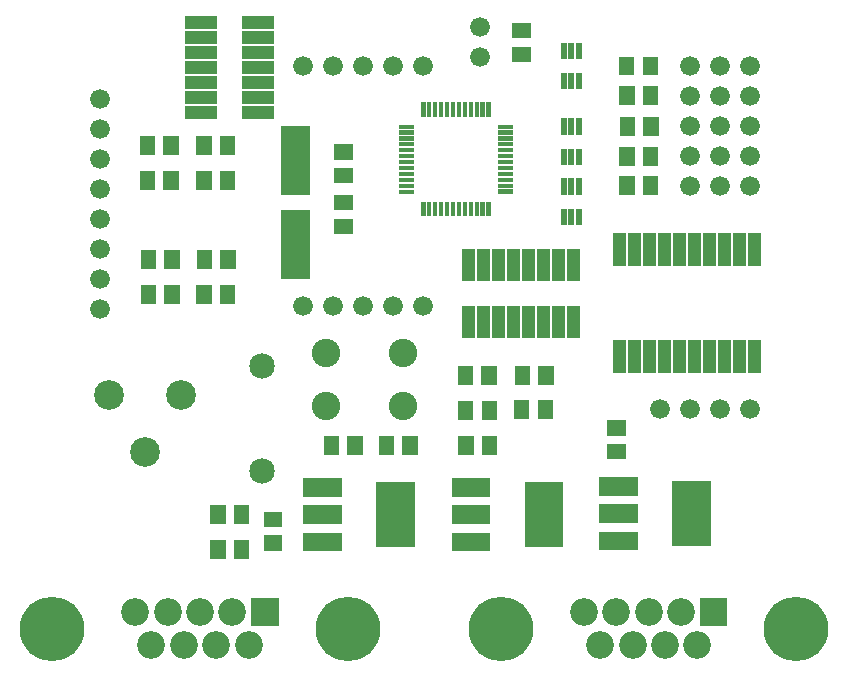
<source format=gbr>
G04 start of page 5 for group -4063 idx -4063 *
G04 Title: (unknown), componentmask *
G04 Creator: pcb 20110918 *
G04 CreationDate: Mon 01 Apr 2013 04:29:37 PM GMT UTC *
G04 For: telmo *
G04 Format: Gerber/RS-274X *
G04 PCB-Dimensions: 275000 278000 *
G04 PCB-Coordinate-Origin: lower left *
%MOIN*%
%FSLAX25Y25*%
%LNTOPMASK*%
%ADD170R,0.0197X0.0197*%
%ADD169R,0.1280X0.1280*%
%ADD168R,0.0620X0.0620*%
%ADD167R,0.0440X0.0440*%
%ADD166R,0.0938X0.0938*%
%ADD165R,0.0140X0.0140*%
%ADD164R,0.0512X0.0512*%
%ADD163C,0.0950*%
%ADD162C,0.0850*%
%ADD161C,0.0995*%
%ADD160C,0.0660*%
%ADD159C,0.2150*%
%ADD158C,0.0920*%
%ADD157C,0.0001*%
G54D157*G36*
X229300Y49700D02*Y40500D01*
X238500D01*
Y49700D01*
X229300D01*
G37*
G54D158*X223100Y45100D03*
X228500Y33900D03*
X217700D03*
X212300Y45100D03*
X201500D03*
X190700D03*
X206900Y33900D03*
X196100D03*
G54D159*X261500Y39500D03*
G54D160*X29500Y176000D03*
Y166000D03*
Y146000D03*
Y156000D03*
Y216000D03*
Y206000D03*
Y186000D03*
Y196000D03*
G54D161*X44228Y98281D03*
X32228Y117281D03*
X56228D03*
G54D159*X163100Y39500D03*
G54D157*G36*
X79700Y49700D02*Y40500D01*
X88900D01*
Y49700D01*
X79700D01*
G37*
G54D158*X73500Y45100D03*
X62700D03*
X51900D03*
X41100D03*
G54D159*X13500Y39500D03*
G54D158*X78900Y33900D03*
G54D159*X111900Y39500D03*
G54D158*X68100Y33900D03*
X57300D03*
X46500D03*
G54D162*X83500Y127000D03*
G54D163*X104705Y131358D03*
Y113642D03*
G54D162*X83500Y92000D03*
G54D160*X97000Y227000D03*
X107000D03*
X117000D03*
X137000D03*
X127000D03*
X156000Y230000D03*
Y240000D03*
X97000Y147000D03*
X107000D03*
X117000D03*
X127000D03*
X137000D03*
G54D163*X130295Y131358D03*
Y113642D03*
G54D160*X246000Y227000D03*
X236000D03*
X226000D03*
X246000Y197000D03*
X236000D03*
X226000D03*
X246000Y187000D03*
X236000D03*
X226000D03*
X246000Y207000D03*
X246020Y112760D03*
X236000Y207000D03*
Y217000D03*
X236020Y112760D03*
X226000Y207000D03*
Y217000D03*
X216020Y112760D03*
X226020D03*
X246000Y217000D03*
G54D164*X45126Y189590D02*Y188409D01*
X53000Y189590D02*Y188409D01*
X45126Y201090D02*Y199909D01*
X53000Y201090D02*Y199909D01*
X45500Y151590D02*Y150409D01*
Y163091D02*Y161910D01*
X53374Y151590D02*Y150409D01*
X64000Y151590D02*Y150409D01*
X71874Y151590D02*Y150409D01*
X53374Y163091D02*Y161910D01*
X64126Y163091D02*Y161910D01*
X72000Y163091D02*Y161910D01*
G54D165*X129772Y206826D02*X133170D01*
X129772Y204858D02*X133170D01*
X129772Y202889D02*X133170D01*
X129772Y200921D02*X133170D01*
X129772Y198952D02*X133170D01*
X129772Y196984D02*X133170D01*
G54D164*X109909Y198374D02*X111090D01*
G54D165*X129772Y195015D02*X133170D01*
X129772Y193047D02*X133170D01*
G54D164*X109909Y190500D02*X111090D01*
G54D166*X94500Y202300D02*Y188700D01*
Y174300D02*Y160700D01*
G54D164*X109909Y173626D02*X111090D01*
X109909Y181500D02*X111090D01*
X71874Y189591D02*Y188410D01*
Y201091D02*Y199910D01*
X64000Y189591D02*Y188410D01*
Y201091D02*Y199910D01*
G54D167*X59900Y241500D02*X66200D01*
X59900Y236500D02*X66200D01*
X59900Y231500D02*X66200D01*
X59900Y226500D02*X66200D01*
X59900Y221500D02*X66200D01*
X59900Y216500D02*X66200D01*
X59900Y211500D02*X66200D01*
X78800D02*X85100D01*
X78800Y216500D02*X85100D01*
X78800Y221500D02*X85100D01*
X78800Y226500D02*X85100D01*
X78800Y231500D02*X85100D01*
X78800Y236500D02*X85100D01*
X78800Y241500D02*X85100D01*
G54D164*X170169Y124612D02*Y123431D01*
X151126Y124590D02*Y123409D01*
X159000Y124590D02*Y123409D01*
X178043Y124612D02*Y123431D01*
X169926Y112991D02*Y111810D01*
X151225Y112890D02*Y111709D01*
X159099Y112890D02*Y111709D01*
G54D168*X149700Y86500D02*X156300D01*
X149700Y77500D02*X156300D01*
X149700Y68400D02*X156300D01*
G54D169*X177400Y82000D02*Y73000D01*
G54D164*X159174Y101091D02*Y99910D01*
X151300Y101091D02*Y99910D01*
X177800Y112991D02*Y111810D01*
X200849Y98510D02*X202030D01*
X200849Y106384D02*X202030D01*
G54D168*X198850Y86780D02*X205450D01*
X198850Y77780D02*X205450D01*
X198850Y68680D02*X205450D01*
G54D169*X226550Y82280D02*Y73280D01*
G54D164*X124746Y101108D02*Y99927D01*
X132620Y101108D02*Y99927D01*
G54D169*X127900Y82000D02*Y73000D01*
G54D168*X100200Y86500D02*X106800D01*
X100200Y77500D02*X106800D01*
X100200Y68400D02*X106800D01*
G54D164*X106469Y101012D02*Y99831D01*
X114343Y101012D02*Y99831D01*
X68626Y66590D02*Y65409D01*
Y78091D02*Y76910D01*
X76500Y66590D02*Y65409D01*
Y78091D02*Y76910D01*
X86410Y68000D02*X87591D01*
X86410Y75874D02*X87591D01*
G54D167*X202500Y133450D02*Y126750D01*
X207500Y133450D02*Y126750D01*
X212500Y133450D02*Y126750D01*
X217500Y133450D02*Y126750D01*
X222500Y133450D02*Y126750D01*
X227500Y133450D02*Y126750D01*
X232500Y133450D02*Y126750D01*
X237500Y133450D02*Y126750D01*
X242500Y133450D02*Y126750D01*
X247500Y133450D02*Y126750D01*
G54D165*X129772Y191078D02*X133170D01*
X129772Y189110D02*X133170D01*
X129772Y187141D02*X133170D01*
X129772Y185173D02*X133170D01*
X137174Y181170D02*Y177772D01*
X139142Y181170D02*Y177772D01*
X141111Y181170D02*Y177772D01*
X143079Y181170D02*Y177772D01*
X145048Y181170D02*Y177772D01*
X147016Y181170D02*Y177772D01*
X148985Y181170D02*Y177772D01*
X150953Y181170D02*Y177772D01*
X152922Y181170D02*Y177772D01*
X154890Y181170D02*Y177772D01*
X156859Y181170D02*Y177772D01*
X158827Y181170D02*Y177772D01*
G54D167*X152300Y145000D02*Y138700D01*
X157300Y145000D02*Y138700D01*
X162300Y145000D02*Y138700D01*
X167300Y145000D02*Y138700D01*
X172300Y145000D02*Y138700D01*
X177300Y145000D02*Y138700D01*
X182300Y145000D02*Y138700D01*
X187300Y145000D02*Y138700D01*
Y163900D02*Y157600D01*
X182300Y163900D02*Y157600D01*
X177300Y163900D02*Y157600D01*
X172300Y163900D02*Y157600D01*
X167300Y163900D02*Y157600D01*
X162300Y163900D02*Y157600D01*
X157300Y163900D02*Y157600D01*
X152300Y163900D02*Y157600D01*
G54D165*X162830Y185174D02*X166228D01*
X162830Y187142D02*X166228D01*
X162830Y189111D02*X166228D01*
X162830Y191079D02*X166228D01*
X162830Y193048D02*X166228D01*
X162830Y195016D02*X166228D01*
X162830Y196985D02*X166228D01*
X162830Y198953D02*X166228D01*
X162830Y200922D02*X166228D01*
X162830Y202890D02*X166228D01*
X162830Y204859D02*X166228D01*
G54D164*X169253Y238795D02*X170434D01*
X169253Y230921D02*X170434D01*
G54D165*X162830Y206827D02*X166228D01*
G54D170*X189000Y208575D02*Y205032D01*
X186441Y208575D02*Y205032D01*
X183882Y208575D02*Y205032D01*
G54D165*X158826Y214228D02*Y210830D01*
X156858Y214228D02*Y210830D01*
X154889Y214228D02*Y210830D01*
X152921Y214228D02*Y210830D01*
X150952Y214228D02*Y210830D01*
X148984Y214228D02*Y210830D01*
X147015Y214228D02*Y210830D01*
X145047Y214228D02*Y210830D01*
X143078Y214228D02*Y210830D01*
X141110Y214228D02*Y210830D01*
X139141Y214228D02*Y210830D01*
X137173Y214228D02*Y210830D01*
G54D167*X247500Y169250D02*Y162550D01*
X242500Y169250D02*Y162550D01*
X237500Y169250D02*Y162550D01*
X232500Y169250D02*Y162550D01*
X227500Y169250D02*Y162550D01*
X222500Y169250D02*Y162550D01*
X217500Y169250D02*Y162550D01*
X212500Y169250D02*Y162550D01*
X207500Y169250D02*Y162550D01*
X202500Y169250D02*Y162550D01*
G54D170*X189000Y188575D02*Y185032D01*
X186441Y188575D02*Y185032D01*
X183882Y188575D02*Y185032D01*
Y178536D02*Y174993D01*
X186441Y178536D02*Y174993D01*
X189000Y178536D02*Y174993D01*
X183882Y198536D02*Y194993D01*
X186441Y198536D02*Y194993D01*
X189000Y198536D02*Y194993D01*
G54D164*X205000Y197590D02*Y196409D01*
X204921Y227622D02*Y226441D01*
X205031Y217669D02*Y216488D01*
X205126Y207590D02*Y206409D01*
X205031Y187669D02*Y186488D01*
X212874Y197590D02*Y196409D01*
X212795Y227622D02*Y226441D01*
X212905Y217669D02*Y216488D01*
X213000Y207590D02*Y206409D01*
X212905Y187669D02*Y186488D01*
G54D170*X189014Y233776D02*Y230233D01*
X186455Y233776D02*Y230233D01*
X183896Y233776D02*Y230233D01*
Y223737D02*Y220194D01*
X186455Y223737D02*Y220194D01*
X189014Y223737D02*Y220194D01*
M02*

</source>
